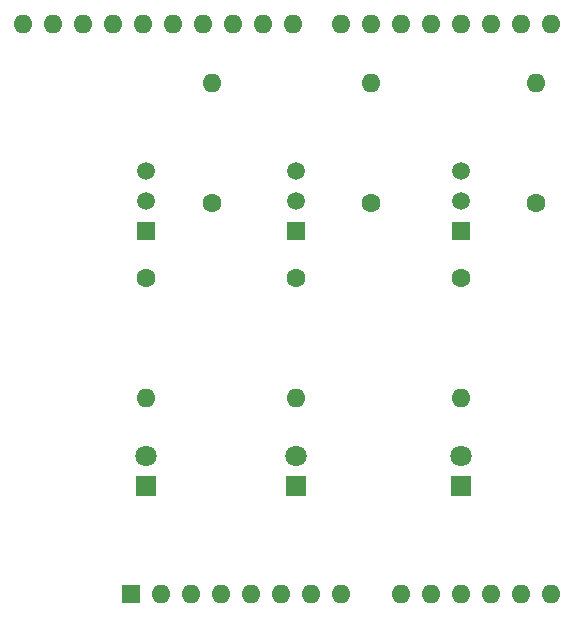
<source format=gtl>
G04 #@! TF.GenerationSoftware,KiCad,Pcbnew,(5.0.1)-4*
G04 #@! TF.CreationDate,2018-12-27T15:34:55-05:00*
G04 #@! TF.ProjectId,LED Project,4C45442050726F6A6563742E6B696361,rev?*
G04 #@! TF.SameCoordinates,Original*
G04 #@! TF.FileFunction,Copper,L1,Top,Signal*
G04 #@! TF.FilePolarity,Positive*
%FSLAX46Y46*%
G04 Gerber Fmt 4.6, Leading zero omitted, Abs format (unit mm)*
G04 Created by KiCad (PCBNEW (5.0.1)-4) date 12/27/2018 3:34:55 PM*
%MOMM*%
%LPD*%
G01*
G04 APERTURE LIST*
G04 #@! TA.AperFunction,ComponentPad*
%ADD10O,1.600000X1.600000*%
G04 #@! TD*
G04 #@! TA.AperFunction,ComponentPad*
%ADD11C,1.600000*%
G04 #@! TD*
G04 #@! TA.AperFunction,ComponentPad*
%ADD12R,1.500000X1.500000*%
G04 #@! TD*
G04 #@! TA.AperFunction,ComponentPad*
%ADD13C,1.500000*%
G04 #@! TD*
G04 #@! TA.AperFunction,ComponentPad*
%ADD14R,1.600000X1.600000*%
G04 #@! TD*
G04 #@! TA.AperFunction,ComponentPad*
%ADD15R,1.800000X1.800000*%
G04 #@! TD*
G04 #@! TA.AperFunction,ComponentPad*
%ADD16C,1.800000*%
G04 #@! TD*
G04 #@! TA.AperFunction,Conductor*
%ADD17C,0.381000*%
G04 #@! TD*
G04 APERTURE END LIST*
D10*
G04 #@! TO.P,R1,2*
G04 #@! TO.N,Net-(A1-Pad17)*
X163830000Y-77395850D03*
D11*
G04 #@! TO.P,R1,1*
G04 #@! TO.N,Net-(Q1-Pad2)*
X163830000Y-87555850D03*
G04 #@! TD*
D10*
G04 #@! TO.P,R3,2*
G04 #@! TO.N,Net-(A1-Pad18)*
X149841674Y-77395850D03*
D11*
G04 #@! TO.P,R3,1*
G04 #@! TO.N,Net-(Q2-Pad2)*
X149841674Y-87555850D03*
G04 #@! TD*
D10*
G04 #@! TO.P,R5,2*
G04 #@! TO.N,Net-(A1-Pad19)*
X136405411Y-77395850D03*
D11*
G04 #@! TO.P,R5,1*
G04 #@! TO.N,Net-(Q3-Pad2)*
X136405411Y-87555850D03*
G04 #@! TD*
D12*
G04 #@! TO.P,Q1,1*
G04 #@! TO.N,Net-(Q1-Pad1)*
X157461674Y-89931209D03*
D13*
G04 #@! TO.P,Q1,3*
G04 #@! TO.N,Net-(A1-Pad9)*
X157461674Y-84851209D03*
G04 #@! TO.P,Q1,2*
G04 #@! TO.N,Net-(Q1-Pad2)*
X157461674Y-87391209D03*
G04 #@! TD*
D12*
G04 #@! TO.P,Q2,1*
G04 #@! TO.N,Net-(Q2-Pad1)*
X143491674Y-89931209D03*
D13*
G04 #@! TO.P,Q2,3*
G04 #@! TO.N,Net-(A1-Pad9)*
X143491674Y-84851209D03*
G04 #@! TO.P,Q2,2*
G04 #@! TO.N,Net-(Q2-Pad2)*
X143491674Y-87391209D03*
G04 #@! TD*
D12*
G04 #@! TO.P,Q3,1*
G04 #@! TO.N,Net-(Q3-Pad1)*
X130791674Y-89931209D03*
D13*
G04 #@! TO.P,Q3,3*
G04 #@! TO.N,Net-(A1-Pad9)*
X130791674Y-84851209D03*
G04 #@! TO.P,Q3,2*
G04 #@! TO.N,Net-(Q3-Pad2)*
X130791674Y-87391209D03*
G04 #@! TD*
D10*
G04 #@! TO.P,R2,2*
G04 #@! TO.N,Net-(D1-Pad2)*
X157461674Y-104065850D03*
D11*
G04 #@! TO.P,R2,1*
G04 #@! TO.N,Net-(Q1-Pad1)*
X157461674Y-93905850D03*
G04 #@! TD*
D10*
G04 #@! TO.P,R6,2*
G04 #@! TO.N,Net-(D3-Pad2)*
X130791674Y-104065850D03*
D11*
G04 #@! TO.P,R6,1*
G04 #@! TO.N,Net-(Q3-Pad1)*
X130791674Y-93905850D03*
G04 #@! TD*
D10*
G04 #@! TO.P,R4,2*
G04 #@! TO.N,Net-(D2-Pad2)*
X143491674Y-104065850D03*
D11*
G04 #@! TO.P,R4,1*
G04 #@! TO.N,Net-(Q2-Pad1)*
X143491674Y-93905850D03*
G04 #@! TD*
D10*
G04 #@! TO.P,A1,16*
G04 #@! TO.N,Net-(A1-Pad16)*
X162560000Y-72390000D03*
G04 #@! TO.P,A1,15*
G04 #@! TO.N,Net-(A1-Pad15)*
X165100000Y-72390000D03*
G04 #@! TO.P,A1,30*
G04 #@! TO.N,Net-(A1-Pad30)*
X125480000Y-72390000D03*
G04 #@! TO.P,A1,14*
G04 #@! TO.N,Net-(A1-Pad14)*
X165100000Y-120650000D03*
G04 #@! TO.P,A1,29*
G04 #@! TO.N,Net-(A1-Pad29)*
X128020000Y-72390000D03*
G04 #@! TO.P,A1,13*
G04 #@! TO.N,Net-(A1-Pad13)*
X162560000Y-120650000D03*
G04 #@! TO.P,A1,28*
G04 #@! TO.N,Net-(A1-Pad28)*
X130560000Y-72390000D03*
G04 #@! TO.P,A1,12*
G04 #@! TO.N,Net-(A1-Pad12)*
X160020000Y-120650000D03*
G04 #@! TO.P,A1,27*
G04 #@! TO.N,Net-(A1-Pad27)*
X133100000Y-72390000D03*
G04 #@! TO.P,A1,11*
G04 #@! TO.N,Net-(A1-Pad11)*
X157480000Y-120650000D03*
G04 #@! TO.P,A1,26*
G04 #@! TO.N,Net-(A1-Pad26)*
X135640000Y-72390000D03*
G04 #@! TO.P,A1,10*
G04 #@! TO.N,Net-(A1-Pad10)*
X154940000Y-120650000D03*
G04 #@! TO.P,A1,25*
G04 #@! TO.N,Net-(A1-Pad25)*
X138180000Y-72390000D03*
G04 #@! TO.P,A1,9*
G04 #@! TO.N,Net-(A1-Pad9)*
X152400000Y-120650000D03*
G04 #@! TO.P,A1,24*
G04 #@! TO.N,Net-(A1-Pad24)*
X140720000Y-72390000D03*
G04 #@! TO.P,A1,8*
G04 #@! TO.N,Net-(A1-Pad8)*
X147320000Y-120650000D03*
G04 #@! TO.P,A1,23*
G04 #@! TO.N,Net-(A1-Pad23)*
X143260000Y-72390000D03*
G04 #@! TO.P,A1,7*
G04 #@! TO.N,GND*
X144780000Y-120650000D03*
G04 #@! TO.P,A1,22*
G04 #@! TO.N,Net-(A1-Pad22)*
X147320000Y-72390000D03*
G04 #@! TO.P,A1,6*
G04 #@! TO.N,Net-(A1-Pad6)*
X142240000Y-120650000D03*
G04 #@! TO.P,A1,21*
G04 #@! TO.N,Net-(A1-Pad21)*
X149860000Y-72390000D03*
G04 #@! TO.P,A1,5*
G04 #@! TO.N,Net-(A1-Pad5)*
X139700000Y-120650000D03*
G04 #@! TO.P,A1,20*
G04 #@! TO.N,Net-(A1-Pad20)*
X152400000Y-72390000D03*
G04 #@! TO.P,A1,4*
G04 #@! TO.N,Net-(A1-Pad4)*
X137160000Y-120650000D03*
G04 #@! TO.P,A1,19*
G04 #@! TO.N,Net-(A1-Pad19)*
X154940000Y-72390000D03*
G04 #@! TO.P,A1,3*
G04 #@! TO.N,Net-(A1-Pad3)*
X134620000Y-120650000D03*
G04 #@! TO.P,A1,18*
G04 #@! TO.N,Net-(A1-Pad18)*
X157480000Y-72390000D03*
G04 #@! TO.P,A1,2*
G04 #@! TO.N,Net-(A1-Pad2)*
X132080000Y-120650000D03*
G04 #@! TO.P,A1,17*
G04 #@! TO.N,Net-(A1-Pad17)*
X160020000Y-72390000D03*
D14*
G04 #@! TO.P,A1,1*
G04 #@! TO.N,Net-(A1-Pad1)*
X129540000Y-120650000D03*
D10*
G04 #@! TO.P,A1,31*
G04 #@! TO.N,Net-(A1-Pad31)*
X122940000Y-72390000D03*
G04 #@! TO.P,A1,32*
G04 #@! TO.N,Net-(A1-Pad32)*
X120400000Y-72390000D03*
G04 #@! TD*
D15*
G04 #@! TO.P,D1,1*
G04 #@! TO.N,GND*
X157461674Y-111521209D03*
D16*
G04 #@! TO.P,D1,2*
G04 #@! TO.N,Net-(D1-Pad2)*
X157461674Y-108981209D03*
G04 #@! TD*
G04 #@! TO.P,D2,2*
G04 #@! TO.N,Net-(D2-Pad2)*
X143491674Y-108981209D03*
D15*
G04 #@! TO.P,D2,1*
G04 #@! TO.N,GND*
X143491674Y-111521209D03*
G04 #@! TD*
G04 #@! TO.P,D3,1*
G04 #@! TO.N,GND*
X130791674Y-111521209D03*
D16*
G04 #@! TO.P,D3,2*
G04 #@! TO.N,Net-(D3-Pad2)*
X130791674Y-108981209D03*
G04 #@! TD*
D17*
G04 #@! TO.N,Net-(A1-Pad9)*
X130791674Y-84851209D02*
X130791674Y-84851209D01*
G04 #@! TD*
M02*

</source>
